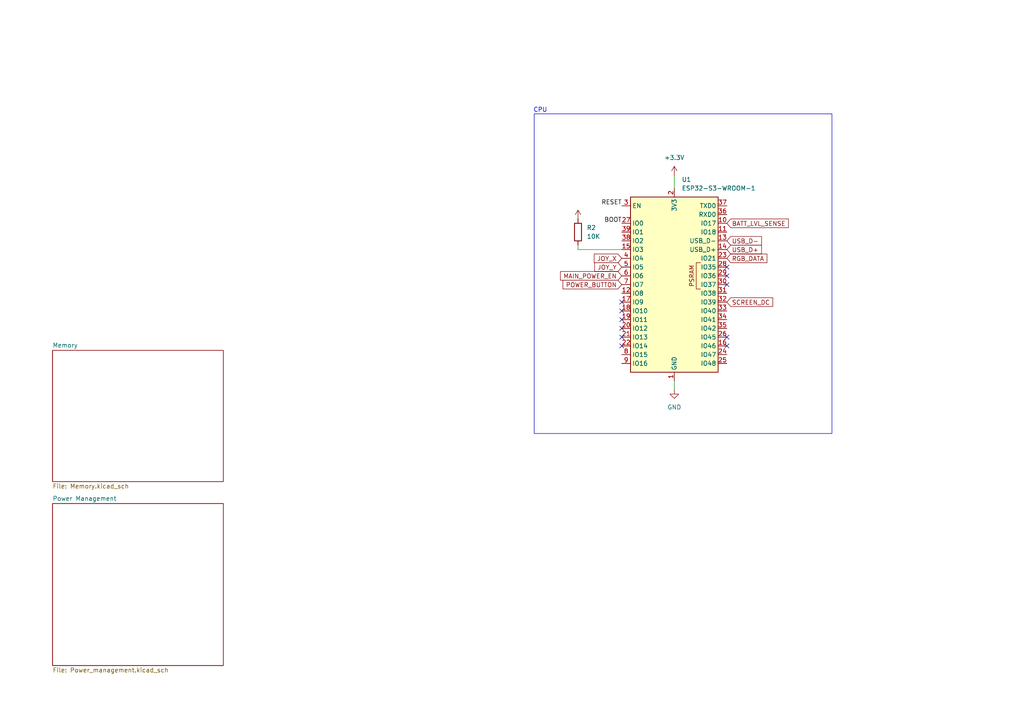
<source format=kicad_sch>
(kicad_sch (version 20250114) (generator "eeschema") (generator_version "9.0")
  (paper "A4")
  (lib_symbols
    (symbol "Device:R" (pin_numbers (hide yes)) (pin_names (offset 0))
      (property "Reference" "R" (at 2.032 0 90))
      (property "Value" "R" (at 0 0 90))
      (symbol "R_0_1"
        (rectangle (start -1.016 -2.54) (end 1.016 2.54) (stroke (width 0.254)))
      )
      (symbol "R_1_1"
        (pin passive line (at 0 3.81 270) (length 1.27) (name "~") (number "1"))
        (pin passive line (at 0 -3.81 90) (length 1.27) (name "~") (number "2"))
      )
    )
    (symbol "RF_Module:ESP32-S3-WROOM-1"
      (property "Reference" "U" (at -12.7 26.67 0))
      (property "Value" "ESP32-S3-WROOM-1" (at 12.7 26.67 0))
      (symbol "ESP32-S3-WROOM-1_0_0"
        (rectangle (start -12.7 25.4) (end 12.7 -25.4) (stroke (width 0.254)) (fill (type background)))
        (text "PSRAM" (at 5.08 2.54 900) (effects (font (size 1.27 1.27))))
      )
      (symbol "ESP32-S3-WROOM-1_0_1"
        (polyline (pts (xy 7.62 -1.27) (xy 6.35 -1.27) (xy 6.35 6.35) (xy 7.62 6.35)))
      )
      (symbol "ESP32-S3-WROOM-1_1_1"
        (pin input line (at -15.24 22.86 0) (length 2.54) (name "EN") (number "3"))
        (pin bidirectional line (at -15.24 17.78 0) (length 2.54) (name "IO0") (number "27"))
        (pin bidirectional line (at -15.24 15.24 0) (length 2.54) (name "IO1") (number "39"))
        (pin bidirectional line (at -15.24 12.7 0) (length 2.54) (name "IO2") (number "38"))
        (pin bidirectional line (at -15.24 10.16 0) (length 2.54) (name "IO3") (number "15"))
        (pin bidirectional line (at -15.24 7.62 0) (length 2.54) (name "IO4") (number "4"))
        (pin bidirectional line (at -15.24 5.08 0) (length 2.54) (name "IO5") (number "5"))
        (pin bidirectional line (at -15.24 2.54 0) (length 2.54) (name "IO6") (number "6"))
        (pin bidirectional line (at -15.24 0 0) (length 2.54) (name "IO7") (number "7"))
        (pin bidirectional line (at -15.24 -2.54 0) (length 2.54) (name "IO8") (number "12"))
        (pin bidirectional line (at -15.24 -5.08 0) (length 2.54) (name "IO9") (number "17"))
        (pin bidirectional line (at -15.24 -7.62 0) (length 2.54) (name "IO10") (number "18"))
        (pin bidirectional line (at -15.24 -10.16 0) (length 2.54) (name "IO11") (number "19"))
        (pin bidirectional line (at -15.24 -12.7 0) (length 2.54) (name "IO12") (number "20"))
        (pin bidirectional line (at -15.24 -15.24 0) (length 2.54) (name "IO13") (number "21"))
        (pin bidirectional line (at -15.24 -17.78 0) (length 2.54) (name "IO14") (number "22"))
        (pin bidirectional line (at -15.24 -20.32 0) (length 2.54) (name "IO15") (number "8"))
        (pin bidirectional line (at -15.24 -22.86 0) (length 2.54) (name "IO16") (number "9"))
        (pin power_in line (at 0 27.94 270) (length 2.54) (name "3V3") (number "2"))
        (pin power_in line (at 0 -27.94 90) (length 2.54) (name "GND") (number "1"))
        (pin passive line (at 0 -27.94 90) (length 2.54) (hide yes) (name "GND") (number "40"))
        (pin passive line (at 0 -27.94 90) (length 2.54) (hide yes) (name "GND") (number "41"))
        (pin bidirectional line (at 15.24 22.86 180) (length 2.54) (name "TXD0") (number "37"))
        (pin bidirectional line (at 15.24 20.32 180) (length 2.54) (name "RXD0") (number "36"))
        (pin bidirectional line (at 15.24 17.78 180) (length 2.54) (name "IO17") (number "10"))
        (pin bidirectional line (at 15.24 15.24 180) (length 2.54) (name "IO18") (number "11"))
        (pin bidirectional line (at 15.24 12.7 180) (length 2.54) (name "USB_D-") (number "13"))
        (pin bidirectional line (at 15.24 10.16 180) (length 2.54) (name "USB_D+") (number "14"))
        (pin bidirectional line (at 15.24 7.62 180) (length 2.54) (name "IO21") (number "23"))
        (pin bidirectional line (at 15.24 5.08 180) (length 2.54) (name "IO35") (number "28"))
        (pin bidirectional line (at 15.24 2.54 180) (length 2.54) (name "IO36") (number "29"))
        (pin bidirectional line (at 15.24 0 180) (length 2.54) (name "IO37") (number "30"))
        (pin bidirectional line (at 15.24 -2.54 180) (length 2.54) (name "IO38") (number "31"))
        (pin bidirectional line (at 15.24 -5.08 180) (length 2.54) (name "IO39") (number "32"))
        (pin bidirectional line (at 15.24 -7.62 180) (length 2.54) (name "IO40") (number "33"))
        (pin bidirectional line (at 15.24 -10.16 180) (length 2.54) (name "IO41") (number "34"))
        (pin bidirectional line (at 15.24 -12.7 180) (length 2.54) (name "IO42") (number "35"))
        (pin bidirectional line (at 15.24 -15.24 180) (length 2.54) (name "IO45") (number "26"))
        (pin bidirectional line (at 15.24 -17.78 180) (length 2.54) (name "IO46") (number "16"))
        (pin bidirectional line (at 15.24 -20.32 180) (length 2.54) (name "IO47") (number "24"))
        (pin bidirectional line (at 15.24 -22.86 180) (length 2.54) (name "IO48") (number "25"))
      )
    )
    (symbol "power:+3.3V" (power) (pin_numbers (hide yes)) (pin_names (offset 0) (hide yes))
      (property "Value" "+3.3V" (at 0 3.556 0))
      (symbol "+3.3V_0_1"
        (polyline (pts (xy -0.762 1.27) (xy 0 2.54)))
        (polyline (pts (xy 0 2.54) (xy 0.762 1.27)))
        (polyline (pts (xy 0 0) (xy 0 2.54)))
      )
      (symbol "+3.3V_1_1"
        (pin power_in line (at 0 0 90) (length 0) (name "~") (number "1"))
      )
    )
    (symbol "power:GND" (power) (pin_numbers (hide yes)) (pin_names (offset 0) (hide yes))
      (property "Value" "GND" (at 0 -3.81 0))
      (symbol "GND_0_1"
        (polyline (pts (xy 0 0) (xy 0 -1.27) (xy 1.27 -1.27) (xy 0 -2.54) (xy -1.27 -1.27) (xy 0 -1.27)))
      )
      (symbol "GND_1_1"
        (pin power_in line (at 0 0 270) (length 0) (name "~") (number "1"))
      )
    )
  )
  (rectangle (start 154.94 33.02) (end 241.3 125.73))
  (text "CPU" (at 156.718 32.004 0) (effects (font (size 1.27 1.27))))
  (no_connect (at 180.34 100.33))
  (no_connect (at 180.34 90.17))
  (no_connect (at 210.82 80.01))
  (no_connect (at 180.34 87.63))
  (no_connect (at 210.82 100.33))
  (no_connect (at 180.34 92.71))
  (no_connect (at 210.82 97.79))
  (no_connect (at 180.34 97.79))
  (no_connect (at 180.34 95.25))
  (no_connect (at 210.82 77.47))
  (no_connect (at 210.82 82.55))
  (wire (pts (xy 180.34 72.39) (xy 167.64 72.39)))
  (wire (pts (xy 195.58 50.8) (xy 195.58 54.61)))
  (wire (pts (xy 195.58 110.49) (xy 195.58 113.03)))
  (wire (pts (xy 167.64 71.12) (xy 167.64 72.39)))
  (label "BOOT" (at 180.34 64.77 180))
  (label "RESET" (at 180.34 59.69 180))
  (global_label "JOY_Y" (shape input) (at 180.34 77.47 180) (property "Intersheetrefs" "${INTERSHEET_REFS}" (effects (hide yes))))
  (global_label "USB_D-" (shape input) (at 210.82 69.85 0) (property "Intersheetrefs" "${INTERSHEET_REFS}" (effects (hide yes))))
  (global_label "JOY_X" (shape input) (at 180.34 74.93 180) (property "Intersheetrefs" "${INTERSHEET_REFS}" (effects (hide yes))))
  (global_label "USB_D+" (shape input) (at 210.82 72.39 0) (property "Intersheetrefs" "${INTERSHEET_REFS}" (effects (hide yes))))
  (global_label "POWER_BUTTON" (shape input) (at 180.34 82.55 180) (property "Intersheetrefs" "${INTERSHEET_REFS}" (effects (hide yes))))
  (global_label "MAIN_POWER_EN" (shape input) (at 180.34 80.01 180) (property "Intersheetrefs" "${INTERSHEET_REFS}" (effects (hide yes))))
  (global_label "BATT_LVL_SENSE" (shape input) (at 210.82 64.77 0) (property "Intersheetrefs" "${INTERSHEET_REFS}" (effects (hide yes))))
  (global_label "RGB_DATA" (shape input) (at 210.82 74.93 0) (property "Intersheetrefs" "${INTERSHEET_REFS}" (effects (hide yes))))
  (global_label "SCREEN_DC" (shape input) (at 210.82 87.63 0) (property "Intersheetrefs" "${INTERSHEET_REFS}" (effects (hide yes))))
  (symbol (lib_id "power:GND") (at 195.58 113.03 0) (unit 1)
    (property "Reference" "#PWR01" (effects (hide yes)))
    (property "Value" "GND" (at 195.58 118.11 0))
    (property "Description" "Power symbol creates a global label with name \"GND\" , ground" (effects (hide yes)))
  )
  (symbol (lib_id "RF_Module:ESP32-S3-WROOM-1") (at 195.58 82.55 0) (unit 1)
    (property "Reference" "U1" (at 197.7233 52.07 0) (effects (justify left)))
    (property "Value" "ESP32-S3-WROOM-1" (at 197.7233 54.61 0) (effects (justify left)))
    (property "Footprint" "RF_Module:ESP32-S3-WROOM-1" (effects (hide yes)))
    (property "Datasheet" "https://www.espressif.com/sites/default/files/documentation/esp32-s3-wroom-1_wroom-1u_datasheet_en.pdf" (effects (hide yes)))
    (property "Description" "RF Module, ESP32-S3 SoC, Wi-Fi 802.11b/g/n, Bluetooth, BLE, 32-bit, 3.3V, onboard antenna, SMD" (effects (hide yes)))
  )
  (symbol (lib_id "power:+3.3V") (at 167.64 63.5 0) (unit 1)
    (property "Reference" "#PWR04" (effects (hide yes)))
    (property "Value" "+3.3V" (effects (hide yes)))
    (property "Description" "Power symbol creates a global label with name \"+3.3V\"" (effects (hide yes)))
  )
  (symbol (lib_id "Device:R") (at 167.64 67.31 0) (unit 1)
    (property "Reference" "R2" (at 170.18 66.0399 0) (effects (justify left)))
    (property "Value" "10K" (at 170.18 68.5799 0) (effects (justify left)))
    (property "Description" "Resistor" (effects (hide yes)))
  )
  (symbol (lib_id "power:+3.3V") (at 195.58 50.8 0) (unit 1)
    (property "Reference" "#PWR02" (effects (hide yes)))
    (property "Value" "+3.3V" (at 195.58 45.72 0))
    (property "Description" "Power symbol creates a global label with name \"+3.3V\"" (effects (hide yes)))
  )
  (sheet (at 15.24 146.05) (size 49.53 46.99) (stroke (width 0.1524))
    (property "Sheetname" "Power Management" (at 15.24 145.3384 0) (effects (justify left bottom)))
    (property "Sheetfile" "Power_management.kicad_sch" (at 15.24 193.6246 0) (effects (justify left top)))
  )
  (sheet (at 15.24 101.6) (size 49.53 38.1) (stroke (width 0.1524))
    (property "Sheetname" "Memory" (at 15.24 100.8884 0) (effects (justify left bottom)))
    (property "Sheetfile" "Memory.kicad_sch" (at 15.24 140.2846 0) (effects (justify left top)))
  )
)
</source>
